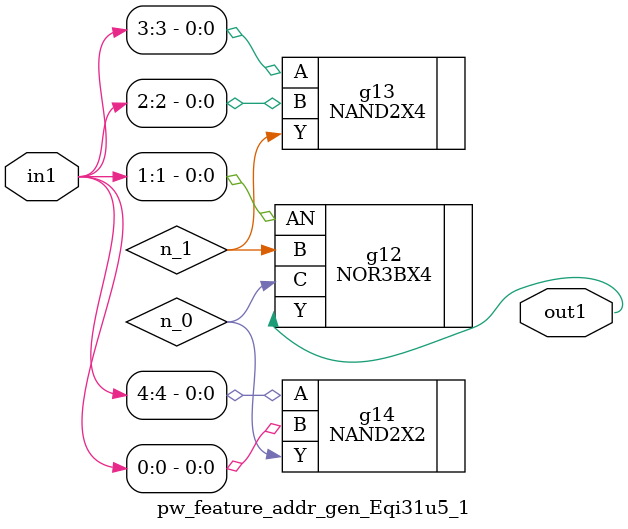
<source format=v>
`timescale 1ps / 1ps


module pw_feature_addr_gen_Eqi31u5_1(in1, out1);
  input [4:0] in1;
  output out1;
  wire [4:0] in1;
  wire out1;
  wire n_0, n_1;
  NOR3BX4 g12(.AN (in1[1]), .B (n_1), .C (n_0), .Y (out1));
  NAND2X4 g13(.A (in1[3]), .B (in1[2]), .Y (n_1));
  NAND2X2 g14(.A (in1[4]), .B (in1[0]), .Y (n_0));
endmodule


</source>
